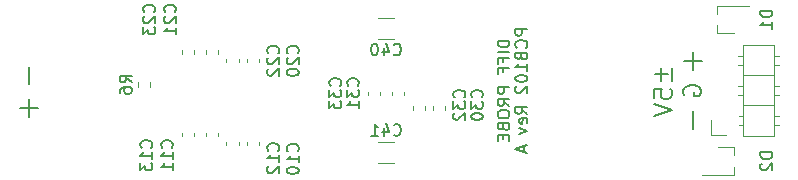
<source format=gbr>
%TF.GenerationSoftware,KiCad,Pcbnew,(6.0.10)*%
%TF.CreationDate,2023-06-04T13:07:17-04:00*%
%TF.ProjectId,diff-probe,64696666-2d70-4726-9f62-652e6b696361,A*%
%TF.SameCoordinates,PX1f78a40PY3750280*%
%TF.FileFunction,Legend,Bot*%
%TF.FilePolarity,Positive*%
%FSLAX46Y46*%
G04 Gerber Fmt 4.6, Leading zero omitted, Abs format (unit mm)*
G04 Created by KiCad (PCBNEW (6.0.10)) date 2023-06-04 13:07:17*
%MOMM*%
%LPD*%
G01*
G04 APERTURE LIST*
%ADD10C,0.150000*%
%ADD11C,0.120000*%
G04 APERTURE END LIST*
D10*
X60750000Y6250000D02*
X60750000Y4750000D01*
X4500000Y10000000D02*
X4500000Y8500000D01*
X61500000Y10500000D02*
X60000000Y10500000D01*
X5250000Y6500000D02*
X3750000Y6500000D01*
X4500000Y7250000D02*
X4500000Y5750000D01*
X60750000Y11250000D02*
X60750000Y9750000D01*
X60000000Y7607143D02*
X59928571Y7750000D01*
X59928571Y7964286D01*
X60000000Y8178572D01*
X60142857Y8321429D01*
X60285714Y8392858D01*
X60571428Y8464286D01*
X60785714Y8464286D01*
X61071428Y8392858D01*
X61214285Y8321429D01*
X61357142Y8178572D01*
X61428571Y7964286D01*
X61428571Y7821429D01*
X61357142Y7607143D01*
X61285714Y7535715D01*
X60785714Y7535715D01*
X60785714Y7821429D01*
X58071428Y9928572D02*
X58071428Y8785715D01*
X58642857Y9357143D02*
X57500000Y9357143D01*
X58928571Y8785715D02*
X58928571Y9928572D01*
X57428571Y7357143D02*
X57428571Y8071429D01*
X58142857Y8142858D01*
X58071428Y8071429D01*
X58000000Y7928572D01*
X58000000Y7571429D01*
X58071428Y7428572D01*
X58142857Y7357143D01*
X58285714Y7285715D01*
X58642857Y7285715D01*
X58785714Y7357143D01*
X58857142Y7428572D01*
X58928571Y7571429D01*
X58928571Y7928572D01*
X58857142Y8071429D01*
X58785714Y8142858D01*
X57428571Y6857143D02*
X58928571Y6357143D01*
X57428571Y5857143D01*
X45202380Y12214286D02*
X44202380Y12214286D01*
X44202380Y11976191D01*
X44250000Y11833334D01*
X44345238Y11738096D01*
X44440476Y11690477D01*
X44630952Y11642858D01*
X44773809Y11642858D01*
X44964285Y11690477D01*
X45059523Y11738096D01*
X45154761Y11833334D01*
X45202380Y11976191D01*
X45202380Y12214286D01*
X45202380Y11214286D02*
X44202380Y11214286D01*
X44678571Y10404762D02*
X44678571Y10738096D01*
X45202380Y10738096D02*
X44202380Y10738096D01*
X44202380Y10261905D01*
X44678571Y9547620D02*
X44678571Y9880953D01*
X45202380Y9880953D02*
X44202380Y9880953D01*
X44202380Y9404762D01*
X45202380Y8261905D02*
X44202380Y8261905D01*
X44202380Y7880953D01*
X44250000Y7785715D01*
X44297619Y7738096D01*
X44392857Y7690477D01*
X44535714Y7690477D01*
X44630952Y7738096D01*
X44678571Y7785715D01*
X44726190Y7880953D01*
X44726190Y8261905D01*
X45202380Y6690477D02*
X44726190Y7023810D01*
X45202380Y7261905D02*
X44202380Y7261905D01*
X44202380Y6880953D01*
X44250000Y6785715D01*
X44297619Y6738096D01*
X44392857Y6690477D01*
X44535714Y6690477D01*
X44630952Y6738096D01*
X44678571Y6785715D01*
X44726190Y6880953D01*
X44726190Y7261905D01*
X44202380Y6071429D02*
X44202380Y5880953D01*
X44250000Y5785715D01*
X44345238Y5690477D01*
X44535714Y5642858D01*
X44869047Y5642858D01*
X45059523Y5690477D01*
X45154761Y5785715D01*
X45202380Y5880953D01*
X45202380Y6071429D01*
X45154761Y6166667D01*
X45059523Y6261905D01*
X44869047Y6309524D01*
X44535714Y6309524D01*
X44345238Y6261905D01*
X44250000Y6166667D01*
X44202380Y6071429D01*
X44678571Y4880953D02*
X44726190Y4738096D01*
X44773809Y4690477D01*
X44869047Y4642858D01*
X45011904Y4642858D01*
X45107142Y4690477D01*
X45154761Y4738096D01*
X45202380Y4833334D01*
X45202380Y5214286D01*
X44202380Y5214286D01*
X44202380Y4880953D01*
X44250000Y4785715D01*
X44297619Y4738096D01*
X44392857Y4690477D01*
X44488095Y4690477D01*
X44583333Y4738096D01*
X44630952Y4785715D01*
X44678571Y4880953D01*
X44678571Y5214286D01*
X44678571Y4214286D02*
X44678571Y3880953D01*
X45202380Y3738096D02*
X45202380Y4214286D01*
X44202380Y4214286D01*
X44202380Y3738096D01*
X46702380Y13190477D02*
X45702380Y13190477D01*
X45702380Y12809524D01*
X45750000Y12714286D01*
X45797619Y12666667D01*
X45892857Y12619048D01*
X46035714Y12619048D01*
X46130952Y12666667D01*
X46178571Y12714286D01*
X46226190Y12809524D01*
X46226190Y13190477D01*
X46607142Y11619048D02*
X46654761Y11666667D01*
X46702380Y11809524D01*
X46702380Y11904762D01*
X46654761Y12047620D01*
X46559523Y12142858D01*
X46464285Y12190477D01*
X46273809Y12238096D01*
X46130952Y12238096D01*
X45940476Y12190477D01*
X45845238Y12142858D01*
X45750000Y12047620D01*
X45702380Y11904762D01*
X45702380Y11809524D01*
X45750000Y11666667D01*
X45797619Y11619048D01*
X46178571Y10857143D02*
X46226190Y10714286D01*
X46273809Y10666667D01*
X46369047Y10619048D01*
X46511904Y10619048D01*
X46607142Y10666667D01*
X46654761Y10714286D01*
X46702380Y10809524D01*
X46702380Y11190477D01*
X45702380Y11190477D01*
X45702380Y10857143D01*
X45750000Y10761905D01*
X45797619Y10714286D01*
X45892857Y10666667D01*
X45988095Y10666667D01*
X46083333Y10714286D01*
X46130952Y10761905D01*
X46178571Y10857143D01*
X46178571Y11190477D01*
X46702380Y9666667D02*
X46702380Y10238096D01*
X46702380Y9952381D02*
X45702380Y9952381D01*
X45845238Y10047620D01*
X45940476Y10142858D01*
X45988095Y10238096D01*
X45702380Y9047620D02*
X45702380Y8952381D01*
X45750000Y8857143D01*
X45797619Y8809524D01*
X45892857Y8761905D01*
X46083333Y8714286D01*
X46321428Y8714286D01*
X46511904Y8761905D01*
X46607142Y8809524D01*
X46654761Y8857143D01*
X46702380Y8952381D01*
X46702380Y9047620D01*
X46654761Y9142858D01*
X46607142Y9190477D01*
X46511904Y9238096D01*
X46321428Y9285715D01*
X46083333Y9285715D01*
X45892857Y9238096D01*
X45797619Y9190477D01*
X45750000Y9142858D01*
X45702380Y9047620D01*
X45797619Y8333334D02*
X45750000Y8285715D01*
X45702380Y8190477D01*
X45702380Y7952381D01*
X45750000Y7857143D01*
X45797619Y7809524D01*
X45892857Y7761905D01*
X45988095Y7761905D01*
X46130952Y7809524D01*
X46702380Y8380953D01*
X46702380Y7761905D01*
X46702380Y6000000D02*
X46226190Y6333334D01*
X46702380Y6571429D02*
X45702380Y6571429D01*
X45702380Y6190477D01*
X45750000Y6095239D01*
X45797619Y6047620D01*
X45892857Y6000000D01*
X46035714Y6000000D01*
X46130952Y6047620D01*
X46178571Y6095239D01*
X46226190Y6190477D01*
X46226190Y6571429D01*
X46654761Y5190477D02*
X46702380Y5285715D01*
X46702380Y5476191D01*
X46654761Y5571429D01*
X46559523Y5619048D01*
X46178571Y5619048D01*
X46083333Y5571429D01*
X46035714Y5476191D01*
X46035714Y5285715D01*
X46083333Y5190477D01*
X46178571Y5142858D01*
X46273809Y5142858D01*
X46369047Y5619048D01*
X46035714Y4809524D02*
X46702380Y4571429D01*
X46035714Y4333334D01*
X46416666Y3238096D02*
X46416666Y2761905D01*
X46702380Y3333334D02*
X45702380Y3000000D01*
X46702380Y2666667D01*
%TO.C,D2*%
X67452380Y2738096D02*
X66452380Y2738096D01*
X66452380Y2500000D01*
X66500000Y2357143D01*
X66595238Y2261905D01*
X66690476Y2214286D01*
X66880952Y2166667D01*
X67023809Y2166667D01*
X67214285Y2214286D01*
X67309523Y2261905D01*
X67404761Y2357143D01*
X67452380Y2500000D01*
X67452380Y2738096D01*
X66547619Y1785715D02*
X66500000Y1738096D01*
X66452380Y1642858D01*
X66452380Y1404762D01*
X66500000Y1309524D01*
X66547619Y1261905D01*
X66642857Y1214286D01*
X66738095Y1214286D01*
X66880952Y1261905D01*
X67452380Y1833334D01*
X67452380Y1214286D01*
%TO.C,D1*%
X67452380Y14738096D02*
X66452380Y14738096D01*
X66452380Y14500000D01*
X66500000Y14357143D01*
X66595238Y14261905D01*
X66690476Y14214286D01*
X66880952Y14166667D01*
X67023809Y14166667D01*
X67214285Y14214286D01*
X67309523Y14261905D01*
X67404761Y14357143D01*
X67452380Y14500000D01*
X67452380Y14738096D01*
X67452380Y13214286D02*
X67452380Y13785715D01*
X67452380Y13500000D02*
X66452380Y13500000D01*
X66595238Y13595239D01*
X66690476Y13690477D01*
X66738095Y13785715D01*
%TO.C,C40*%
X35392857Y11042858D02*
X35440476Y10995239D01*
X35583333Y10947620D01*
X35678571Y10947620D01*
X35821428Y10995239D01*
X35916666Y11090477D01*
X35964285Y11185715D01*
X36011904Y11376191D01*
X36011904Y11519048D01*
X35964285Y11709524D01*
X35916666Y11804762D01*
X35821428Y11900000D01*
X35678571Y11947620D01*
X35583333Y11947620D01*
X35440476Y11900000D01*
X35392857Y11852381D01*
X34535714Y11614286D02*
X34535714Y10947620D01*
X34773809Y11995239D02*
X35011904Y11280953D01*
X34392857Y11280953D01*
X33821428Y11947620D02*
X33726190Y11947620D01*
X33630952Y11900000D01*
X33583333Y11852381D01*
X33535714Y11757143D01*
X33488095Y11566667D01*
X33488095Y11328572D01*
X33535714Y11138096D01*
X33583333Y11042858D01*
X33630952Y10995239D01*
X33726190Y10947620D01*
X33821428Y10947620D01*
X33916666Y10995239D01*
X33964285Y11042858D01*
X34011904Y11138096D01*
X34059523Y11328572D01*
X34059523Y11566667D01*
X34011904Y11757143D01*
X33964285Y11852381D01*
X33916666Y11900000D01*
X33821428Y11947620D01*
%TO.C,C13*%
X14857142Y3142858D02*
X14904761Y3190477D01*
X14952380Y3333334D01*
X14952380Y3428572D01*
X14904761Y3571429D01*
X14809523Y3666667D01*
X14714285Y3714286D01*
X14523809Y3761905D01*
X14380952Y3761905D01*
X14190476Y3714286D01*
X14095238Y3666667D01*
X14000000Y3571429D01*
X13952380Y3428572D01*
X13952380Y3333334D01*
X14000000Y3190477D01*
X14047619Y3142858D01*
X14952380Y2190477D02*
X14952380Y2761905D01*
X14952380Y2476191D02*
X13952380Y2476191D01*
X14095238Y2571429D01*
X14190476Y2666667D01*
X14238095Y2761905D01*
X13952380Y1857143D02*
X13952380Y1238096D01*
X14333333Y1571429D01*
X14333333Y1428572D01*
X14380952Y1333334D01*
X14428571Y1285715D01*
X14523809Y1238096D01*
X14761904Y1238096D01*
X14857142Y1285715D01*
X14904761Y1333334D01*
X14952380Y1428572D01*
X14952380Y1714286D01*
X14904761Y1809524D01*
X14857142Y1857143D01*
%TO.C,C41*%
X35392857Y4242858D02*
X35440476Y4195239D01*
X35583333Y4147620D01*
X35678571Y4147620D01*
X35821428Y4195239D01*
X35916666Y4290477D01*
X35964285Y4385715D01*
X36011904Y4576191D01*
X36011904Y4719048D01*
X35964285Y4909524D01*
X35916666Y5004762D01*
X35821428Y5100000D01*
X35678571Y5147620D01*
X35583333Y5147620D01*
X35440476Y5100000D01*
X35392857Y5052381D01*
X34535714Y4814286D02*
X34535714Y4147620D01*
X34773809Y5195239D02*
X35011904Y4480953D01*
X34392857Y4480953D01*
X33488095Y4147620D02*
X34059523Y4147620D01*
X33773809Y4147620D02*
X33773809Y5147620D01*
X33869047Y5004762D01*
X33964285Y4909524D01*
X34059523Y4861905D01*
%TO.C,C23*%
X15107142Y14642858D02*
X15154761Y14690477D01*
X15202380Y14833334D01*
X15202380Y14928572D01*
X15154761Y15071429D01*
X15059523Y15166667D01*
X14964285Y15214286D01*
X14773809Y15261905D01*
X14630952Y15261905D01*
X14440476Y15214286D01*
X14345238Y15166667D01*
X14250000Y15071429D01*
X14202380Y14928572D01*
X14202380Y14833334D01*
X14250000Y14690477D01*
X14297619Y14642858D01*
X14297619Y14261905D02*
X14250000Y14214286D01*
X14202380Y14119048D01*
X14202380Y13880953D01*
X14250000Y13785715D01*
X14297619Y13738096D01*
X14392857Y13690477D01*
X14488095Y13690477D01*
X14630952Y13738096D01*
X15202380Y14309524D01*
X15202380Y13690477D01*
X14202380Y13357143D02*
X14202380Y12738096D01*
X14583333Y13071429D01*
X14583333Y12928572D01*
X14630952Y12833334D01*
X14678571Y12785715D01*
X14773809Y12738096D01*
X15011904Y12738096D01*
X15107142Y12785715D01*
X15154761Y12833334D01*
X15202380Y12928572D01*
X15202380Y13214286D01*
X15154761Y13309524D01*
X15107142Y13357143D01*
%TO.C,C21*%
X16857142Y14642858D02*
X16904761Y14690477D01*
X16952380Y14833334D01*
X16952380Y14928572D01*
X16904761Y15071429D01*
X16809523Y15166667D01*
X16714285Y15214286D01*
X16523809Y15261905D01*
X16380952Y15261905D01*
X16190476Y15214286D01*
X16095238Y15166667D01*
X16000000Y15071429D01*
X15952380Y14928572D01*
X15952380Y14833334D01*
X16000000Y14690477D01*
X16047619Y14642858D01*
X16047619Y14261905D02*
X16000000Y14214286D01*
X15952380Y14119048D01*
X15952380Y13880953D01*
X16000000Y13785715D01*
X16047619Y13738096D01*
X16142857Y13690477D01*
X16238095Y13690477D01*
X16380952Y13738096D01*
X16952380Y14309524D01*
X16952380Y13690477D01*
X16952380Y12738096D02*
X16952380Y13309524D01*
X16952380Y13023810D02*
X15952380Y13023810D01*
X16095238Y13119048D01*
X16190476Y13214286D01*
X16238095Y13309524D01*
%TO.C,C33*%
X30857142Y8392858D02*
X30904761Y8440477D01*
X30952380Y8583334D01*
X30952380Y8678572D01*
X30904761Y8821429D01*
X30809523Y8916667D01*
X30714285Y8964286D01*
X30523809Y9011905D01*
X30380952Y9011905D01*
X30190476Y8964286D01*
X30095238Y8916667D01*
X30000000Y8821429D01*
X29952380Y8678572D01*
X29952380Y8583334D01*
X30000000Y8440477D01*
X30047619Y8392858D01*
X29952380Y8059524D02*
X29952380Y7440477D01*
X30333333Y7773810D01*
X30333333Y7630953D01*
X30380952Y7535715D01*
X30428571Y7488096D01*
X30523809Y7440477D01*
X30761904Y7440477D01*
X30857142Y7488096D01*
X30904761Y7535715D01*
X30952380Y7630953D01*
X30952380Y7916667D01*
X30904761Y8011905D01*
X30857142Y8059524D01*
X29952380Y7107143D02*
X29952380Y6488096D01*
X30333333Y6821429D01*
X30333333Y6678572D01*
X30380952Y6583334D01*
X30428571Y6535715D01*
X30523809Y6488096D01*
X30761904Y6488096D01*
X30857142Y6535715D01*
X30904761Y6583334D01*
X30952380Y6678572D01*
X30952380Y6964286D01*
X30904761Y7059524D01*
X30857142Y7107143D01*
%TO.C,C10*%
X27257142Y2842858D02*
X27304761Y2890477D01*
X27352380Y3033334D01*
X27352380Y3128572D01*
X27304761Y3271429D01*
X27209523Y3366667D01*
X27114285Y3414286D01*
X26923809Y3461905D01*
X26780952Y3461905D01*
X26590476Y3414286D01*
X26495238Y3366667D01*
X26400000Y3271429D01*
X26352380Y3128572D01*
X26352380Y3033334D01*
X26400000Y2890477D01*
X26447619Y2842858D01*
X27352380Y1890477D02*
X27352380Y2461905D01*
X27352380Y2176191D02*
X26352380Y2176191D01*
X26495238Y2271429D01*
X26590476Y2366667D01*
X26638095Y2461905D01*
X26352380Y1271429D02*
X26352380Y1176191D01*
X26400000Y1080953D01*
X26447619Y1033334D01*
X26542857Y985715D01*
X26733333Y938096D01*
X26971428Y938096D01*
X27161904Y985715D01*
X27257142Y1033334D01*
X27304761Y1080953D01*
X27352380Y1176191D01*
X27352380Y1271429D01*
X27304761Y1366667D01*
X27257142Y1414286D01*
X27161904Y1461905D01*
X26971428Y1509524D01*
X26733333Y1509524D01*
X26542857Y1461905D01*
X26447619Y1414286D01*
X26400000Y1366667D01*
X26352380Y1271429D01*
%TO.C,C11*%
X16607142Y3142858D02*
X16654761Y3190477D01*
X16702380Y3333334D01*
X16702380Y3428572D01*
X16654761Y3571429D01*
X16559523Y3666667D01*
X16464285Y3714286D01*
X16273809Y3761905D01*
X16130952Y3761905D01*
X15940476Y3714286D01*
X15845238Y3666667D01*
X15750000Y3571429D01*
X15702380Y3428572D01*
X15702380Y3333334D01*
X15750000Y3190477D01*
X15797619Y3142858D01*
X16702380Y2190477D02*
X16702380Y2761905D01*
X16702380Y2476191D02*
X15702380Y2476191D01*
X15845238Y2571429D01*
X15940476Y2666667D01*
X15988095Y2761905D01*
X16702380Y1238096D02*
X16702380Y1809524D01*
X16702380Y1523810D02*
X15702380Y1523810D01*
X15845238Y1619048D01*
X15940476Y1714286D01*
X15988095Y1809524D01*
%TO.C,C30*%
X42857142Y7392858D02*
X42904761Y7440477D01*
X42952380Y7583334D01*
X42952380Y7678572D01*
X42904761Y7821429D01*
X42809523Y7916667D01*
X42714285Y7964286D01*
X42523809Y8011905D01*
X42380952Y8011905D01*
X42190476Y7964286D01*
X42095238Y7916667D01*
X42000000Y7821429D01*
X41952380Y7678572D01*
X41952380Y7583334D01*
X42000000Y7440477D01*
X42047619Y7392858D01*
X41952380Y7059524D02*
X41952380Y6440477D01*
X42333333Y6773810D01*
X42333333Y6630953D01*
X42380952Y6535715D01*
X42428571Y6488096D01*
X42523809Y6440477D01*
X42761904Y6440477D01*
X42857142Y6488096D01*
X42904761Y6535715D01*
X42952380Y6630953D01*
X42952380Y6916667D01*
X42904761Y7011905D01*
X42857142Y7059524D01*
X41952380Y5821429D02*
X41952380Y5726191D01*
X42000000Y5630953D01*
X42047619Y5583334D01*
X42142857Y5535715D01*
X42333333Y5488096D01*
X42571428Y5488096D01*
X42761904Y5535715D01*
X42857142Y5583334D01*
X42904761Y5630953D01*
X42952380Y5726191D01*
X42952380Y5821429D01*
X42904761Y5916667D01*
X42857142Y5964286D01*
X42761904Y6011905D01*
X42571428Y6059524D01*
X42333333Y6059524D01*
X42142857Y6011905D01*
X42047619Y5964286D01*
X42000000Y5916667D01*
X41952380Y5821429D01*
%TO.C,C22*%
X25607142Y11142858D02*
X25654761Y11190477D01*
X25702380Y11333334D01*
X25702380Y11428572D01*
X25654761Y11571429D01*
X25559523Y11666667D01*
X25464285Y11714286D01*
X25273809Y11761905D01*
X25130952Y11761905D01*
X24940476Y11714286D01*
X24845238Y11666667D01*
X24750000Y11571429D01*
X24702380Y11428572D01*
X24702380Y11333334D01*
X24750000Y11190477D01*
X24797619Y11142858D01*
X24797619Y10761905D02*
X24750000Y10714286D01*
X24702380Y10619048D01*
X24702380Y10380953D01*
X24750000Y10285715D01*
X24797619Y10238096D01*
X24892857Y10190477D01*
X24988095Y10190477D01*
X25130952Y10238096D01*
X25702380Y10809524D01*
X25702380Y10190477D01*
X24797619Y9809524D02*
X24750000Y9761905D01*
X24702380Y9666667D01*
X24702380Y9428572D01*
X24750000Y9333334D01*
X24797619Y9285715D01*
X24892857Y9238096D01*
X24988095Y9238096D01*
X25130952Y9285715D01*
X25702380Y9857143D01*
X25702380Y9238096D01*
%TO.C,R6*%
X13202380Y8666667D02*
X12726190Y9000000D01*
X13202380Y9238096D02*
X12202380Y9238096D01*
X12202380Y8857143D01*
X12250000Y8761905D01*
X12297619Y8714286D01*
X12392857Y8666667D01*
X12535714Y8666667D01*
X12630952Y8714286D01*
X12678571Y8761905D01*
X12726190Y8857143D01*
X12726190Y9238096D01*
X12202380Y7809524D02*
X12202380Y8000000D01*
X12250000Y8095239D01*
X12297619Y8142858D01*
X12440476Y8238096D01*
X12630952Y8285715D01*
X13011904Y8285715D01*
X13107142Y8238096D01*
X13154761Y8190477D01*
X13202380Y8095239D01*
X13202380Y7904762D01*
X13154761Y7809524D01*
X13107142Y7761905D01*
X13011904Y7714286D01*
X12773809Y7714286D01*
X12678571Y7761905D01*
X12630952Y7809524D01*
X12583333Y7904762D01*
X12583333Y8095239D01*
X12630952Y8190477D01*
X12678571Y8238096D01*
X12773809Y8285715D01*
%TO.C,C31*%
X32357142Y8392858D02*
X32404761Y8440477D01*
X32452380Y8583334D01*
X32452380Y8678572D01*
X32404761Y8821429D01*
X32309523Y8916667D01*
X32214285Y8964286D01*
X32023809Y9011905D01*
X31880952Y9011905D01*
X31690476Y8964286D01*
X31595238Y8916667D01*
X31500000Y8821429D01*
X31452380Y8678572D01*
X31452380Y8583334D01*
X31500000Y8440477D01*
X31547619Y8392858D01*
X31452380Y8059524D02*
X31452380Y7440477D01*
X31833333Y7773810D01*
X31833333Y7630953D01*
X31880952Y7535715D01*
X31928571Y7488096D01*
X32023809Y7440477D01*
X32261904Y7440477D01*
X32357142Y7488096D01*
X32404761Y7535715D01*
X32452380Y7630953D01*
X32452380Y7916667D01*
X32404761Y8011905D01*
X32357142Y8059524D01*
X32452380Y6488096D02*
X32452380Y7059524D01*
X32452380Y6773810D02*
X31452380Y6773810D01*
X31595238Y6869048D01*
X31690476Y6964286D01*
X31738095Y7059524D01*
%TO.C,C20*%
X27257142Y11142858D02*
X27304761Y11190477D01*
X27352380Y11333334D01*
X27352380Y11428572D01*
X27304761Y11571429D01*
X27209523Y11666667D01*
X27114285Y11714286D01*
X26923809Y11761905D01*
X26780952Y11761905D01*
X26590476Y11714286D01*
X26495238Y11666667D01*
X26400000Y11571429D01*
X26352380Y11428572D01*
X26352380Y11333334D01*
X26400000Y11190477D01*
X26447619Y11142858D01*
X26447619Y10761905D02*
X26400000Y10714286D01*
X26352380Y10619048D01*
X26352380Y10380953D01*
X26400000Y10285715D01*
X26447619Y10238096D01*
X26542857Y10190477D01*
X26638095Y10190477D01*
X26780952Y10238096D01*
X27352380Y10809524D01*
X27352380Y10190477D01*
X26352380Y9571429D02*
X26352380Y9476191D01*
X26400000Y9380953D01*
X26447619Y9333334D01*
X26542857Y9285715D01*
X26733333Y9238096D01*
X26971428Y9238096D01*
X27161904Y9285715D01*
X27257142Y9333334D01*
X27304761Y9380953D01*
X27352380Y9476191D01*
X27352380Y9571429D01*
X27304761Y9666667D01*
X27257142Y9714286D01*
X27161904Y9761905D01*
X26971428Y9809524D01*
X26733333Y9809524D01*
X26542857Y9761905D01*
X26447619Y9714286D01*
X26400000Y9666667D01*
X26352380Y9571429D01*
%TO.C,C32*%
X41357142Y7392858D02*
X41404761Y7440477D01*
X41452380Y7583334D01*
X41452380Y7678572D01*
X41404761Y7821429D01*
X41309523Y7916667D01*
X41214285Y7964286D01*
X41023809Y8011905D01*
X40880952Y8011905D01*
X40690476Y7964286D01*
X40595238Y7916667D01*
X40500000Y7821429D01*
X40452380Y7678572D01*
X40452380Y7583334D01*
X40500000Y7440477D01*
X40547619Y7392858D01*
X40452380Y7059524D02*
X40452380Y6440477D01*
X40833333Y6773810D01*
X40833333Y6630953D01*
X40880952Y6535715D01*
X40928571Y6488096D01*
X41023809Y6440477D01*
X41261904Y6440477D01*
X41357142Y6488096D01*
X41404761Y6535715D01*
X41452380Y6630953D01*
X41452380Y6916667D01*
X41404761Y7011905D01*
X41357142Y7059524D01*
X40547619Y6059524D02*
X40500000Y6011905D01*
X40452380Y5916667D01*
X40452380Y5678572D01*
X40500000Y5583334D01*
X40547619Y5535715D01*
X40642857Y5488096D01*
X40738095Y5488096D01*
X40880952Y5535715D01*
X41452380Y6107143D01*
X41452380Y5488096D01*
%TO.C,C12*%
X25607142Y2892858D02*
X25654761Y2940477D01*
X25702380Y3083334D01*
X25702380Y3178572D01*
X25654761Y3321429D01*
X25559523Y3416667D01*
X25464285Y3464286D01*
X25273809Y3511905D01*
X25130952Y3511905D01*
X24940476Y3464286D01*
X24845238Y3416667D01*
X24750000Y3321429D01*
X24702380Y3178572D01*
X24702380Y3083334D01*
X24750000Y2940477D01*
X24797619Y2892858D01*
X25702380Y1940477D02*
X25702380Y2511905D01*
X25702380Y2226191D02*
X24702380Y2226191D01*
X24845238Y2321429D01*
X24940476Y2416667D01*
X24988095Y2511905D01*
X24797619Y1559524D02*
X24750000Y1511905D01*
X24702380Y1416667D01*
X24702380Y1178572D01*
X24750000Y1083334D01*
X24797619Y1035715D01*
X24892857Y988096D01*
X24988095Y988096D01*
X25130952Y1035715D01*
X25702380Y1607143D01*
X25702380Y988096D01*
D11*
%TO.C,D2*%
X64235000Y840000D02*
X61500000Y840000D01*
X64235000Y2500000D02*
X64235000Y3160000D01*
X64235000Y830000D02*
X64235000Y1500000D01*
X62825000Y3160000D02*
X64235000Y3160000D01*
%TO.C,D1*%
X62765000Y15160000D02*
X65500000Y15160000D01*
X62765000Y13500000D02*
X62765000Y12840000D01*
X62765000Y15170000D02*
X62765000Y14500000D01*
X64175000Y12840000D02*
X62765000Y12840000D01*
%TO.C,C40*%
X34038748Y12340000D02*
X35461252Y12340000D01*
X34038748Y14160000D02*
X35461252Y14160000D01*
%TO.C,C13*%
X17490000Y4390580D02*
X17490000Y4109420D01*
X18510000Y4390580D02*
X18510000Y4109420D01*
%TO.C,C41*%
X35461252Y1840000D02*
X34038748Y1840000D01*
X35461252Y3660000D02*
X34038748Y3660000D01*
%TO.C,C23*%
X18510000Y11390580D02*
X18510000Y11109420D01*
X17490000Y11390580D02*
X17490000Y11109420D01*
%TO.C,C21*%
X19490000Y11390580D02*
X19490000Y11109420D01*
X20510000Y11390580D02*
X20510000Y11109420D01*
%TO.C,C33*%
X34260000Y7890580D02*
X34260000Y7609420D01*
X33240000Y7890580D02*
X33240000Y7609420D01*
%TO.C,J3*%
X64940000Y11870000D02*
X67600000Y11870000D01*
X67600000Y4130000D02*
X64940000Y4130000D01*
X67670000Y5080000D02*
X68000000Y5080000D01*
X62230000Y4190000D02*
X63500000Y4190000D01*
X67602929Y10920000D02*
X68000000Y10920000D01*
X64940000Y4130000D02*
X64940000Y11870000D01*
X67600000Y11870000D02*
X67600000Y4130000D01*
X64610000Y5080000D02*
X64940000Y5080000D01*
X64542929Y7620000D02*
X64940000Y7620000D01*
X64542929Y10160000D02*
X64940000Y10160000D01*
X62230000Y5460000D02*
X62230000Y4190000D01*
X64940000Y6730000D02*
X67600000Y6730000D01*
X64610000Y5840000D02*
X64940000Y5840000D01*
X64940000Y9270000D02*
X67600000Y9270000D01*
X64542929Y10920000D02*
X64940000Y10920000D01*
X67602929Y7620000D02*
X68000000Y7620000D01*
X64542929Y8380000D02*
X64940000Y8380000D01*
X67602929Y8380000D02*
X68000000Y8380000D01*
X67670000Y5840000D02*
X68000000Y5840000D01*
X67602929Y10160000D02*
X68000000Y10160000D01*
%TO.C,C10*%
X22990000Y3640580D02*
X22990000Y3359420D01*
X24010000Y3640580D02*
X24010000Y3359420D01*
%TO.C,C11*%
X19490000Y4390580D02*
X19490000Y4109420D01*
X20510000Y4390580D02*
X20510000Y4109420D01*
%TO.C,C30*%
X38740000Y6640580D02*
X38740000Y6359420D01*
X39760000Y6640580D02*
X39760000Y6359420D01*
%TO.C,C22*%
X21240000Y10640580D02*
X21240000Y10359420D01*
X22260000Y10640580D02*
X22260000Y10359420D01*
%TO.C,R6*%
X14772500Y8737258D02*
X14772500Y8262742D01*
X13727500Y8737258D02*
X13727500Y8262742D01*
%TO.C,C31*%
X36260000Y7890580D02*
X36260000Y7609420D01*
X35240000Y7890580D02*
X35240000Y7609420D01*
%TO.C,C20*%
X24010000Y10640580D02*
X24010000Y10359420D01*
X22990000Y10640580D02*
X22990000Y10359420D01*
%TO.C,C32*%
X36990000Y6640580D02*
X36990000Y6359420D01*
X38010000Y6640580D02*
X38010000Y6359420D01*
%TO.C,C12*%
X21240000Y3640580D02*
X21240000Y3359420D01*
X22260000Y3640580D02*
X22260000Y3359420D01*
%TD*%
M02*

</source>
